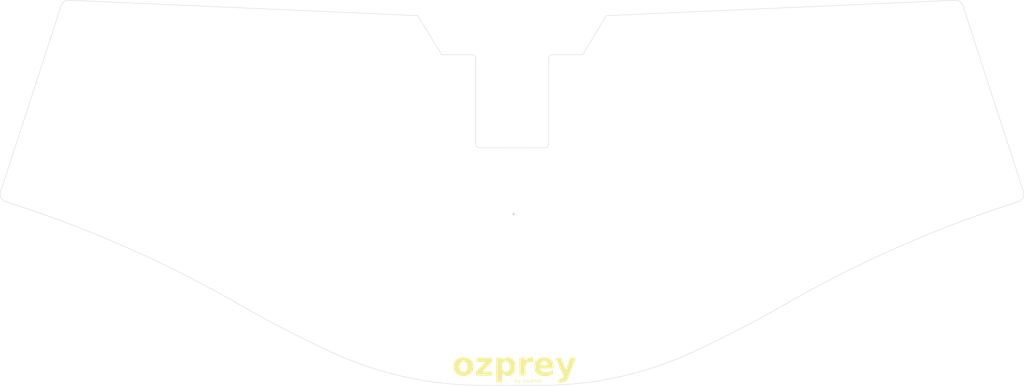
<source format=kicad_pcb>
(kicad_pcb (version 20240108) (generator "pcbnew") (generator_version "8.0")
  (title_block (title "Ozprey") (date "2024-08-25") (rev "1.0") (company "itsdmd"))
  (layers (0 "F.Cu" signal) (31 "B.Cu" signal) (34 "B.Paste" user) (35 "F.Paste" user) (36 "B.SilkS" user "B.Silkscreen") (37 "F.SilkS" user "F.Silkscreen") (38 "B.Mask" user) (39 "F.Mask" user) (44 "Edge.Cuts" user))
  (net 0 "")
  (footprint "itsdmd:KSC_Choc" (layer "F.Cu") (at 256.375238 61.0798 18)
    (property "Reference" "SW40" (hide yes))
    (property "Value" "CPG135001S30" (hide yes))
    (pad "" np_thru_hole oval (at -6.75 0.1 108) (size 14 0.508) (drill oval 14 0.508) (layers "F&B.Cu" "*.Mask"))
    (pad "" np_thru_hole oval (at 0 -6.730999 18) (size 14 0.508) (drill oval 14 0.508) (layers "F&B.Cu" "*.Mask"))
    (pad "" np_thru_hole oval (at 0 6.9 18) (size 14 0.508) (drill oval 14 0.508) (layers "F&B.Cu" "*.Mask"))
    (pad "" np_thru_hole oval (at 6.75 0.05 108) (size 14 0.508) (drill oval 14 0.508) (layers "F&B.Cu" "*.Mask"))
  )
  (footprint "itsdmd:KSC_Choc" (layer "F.Cu") (at 237.958338 62.6477 18)
    (property "Reference" "SW37" (hide yes))
    (property "Value" "CPG135001S30" (hide yes))
    (pad "" np_thru_hole oval (at -6.75 0.1 108) (size 14 0.508) (drill oval 14 0.508) (layers "F&B.Cu" "*.Mask"))
    (pad "" np_thru_hole oval (at 0 -6.730999 18) (size 14 0.508) (drill oval 14 0.508) (layers "F&B.Cu" "*.Mask"))
    (pad "" np_thru_hole oval (at 0 6.9 18) (size 14 0.508) (drill oval 14 0.508) (layers "F&B.Cu" "*.Mask"))
    (pad "" np_thru_hole oval (at 6.75 0.05 108) (size 14 0.508) (drill oval 14 0.508) (layers "F&B.Cu" "*.Mask"))
  )
  (footprint "itsdmd:KSC_Choc" (layer "F.Cu") (at 219.541538 64.2156 18)
    (property "Reference" "SW34" (hide yes))
    (property "Value" "CPG135001S30" (hide yes))
    (pad "" np_thru_hole oval (at -6.75 0.1 108) (size 14 0.508) (drill oval 14 0.508) (layers "F&B.Cu" "*.Mask"))
    (pad "" np_thru_hole oval (at 0 -6.730999 18) (size 14 0.508) (drill oval 14 0.508) (layers "F&B.Cu" "*.Mask"))
    (pad "" np_thru_hole oval (at 0 6.9 18) (size 14 0.508) (drill oval 14 0.508) (layers "F&B.Cu" "*.Mask"))
    (pad "" np_thru_hole oval (at 6.75 0.05 108) (size 14 0.508) (drill oval 14 0.508) (layers "F&B.Cu" "*.Mask"))
  )
  (footprint "itsdmd:KSC_Choc" (layer "F.Cu") (at 201.124638 65.7835 18)
    (property "Reference" "SW30" (hide yes))
    (property "Value" "CPG135001S30" (hide yes))
    (pad "" np_thru_hole oval (at -6.75 0.1 108) (size 14 0.508) (drill oval 14 0.508) (layers "F&B.Cu" "*.Mask"))
    (pad "" np_thru_hole oval (at 0 -6.730999 18) (size 14 0.508) (drill oval 14 0.508) (layers "F&B.Cu" "*.Mask"))
    (pad "" np_thru_hole oval (at 0 6.9 18) (size 14 0.508) (drill oval 14 0.508) (layers "F&B.Cu" "*.Mask"))
    (pad "" np_thru_hole oval (at 6.75 0.05 108) (size 14 0.508) (drill oval 14 0.508) (layers "F&B.Cu" "*.Mask"))
  )
  (footprint "itsdmd:KSC_Choc" (layer "F.Cu") (at 185.303438 75.3402 18)
    (property "Reference" "SW26" (hide yes))
    (property "Value" "CPG135001S30" (hide yes))
    (pad "" np_thru_hole oval (at -6.75 0.1 108) (size 14 0.508) (drill oval 14 0.508) (layers "F&B.Cu" "*.Mask"))
    (pad "" np_thru_hole oval (at 0 -6.730999 18) (size 14 0.508) (drill oval 14 0.508) (layers "F&B.Cu" "*.Mask"))
    (pad "" np_thru_hole oval (at 0 6.9 18) (size 14 0.508) (drill oval 14 0.508) (layers "F&B.Cu" "*.Mask"))
    (pad "" np_thru_hole oval (at 6.75 0.05 108) (size 14 0.508) (drill oval 14 0.508) (layers "F&B.Cu" "*.Mask"))
  )
  (footprint "itsdmd:KSC_Choc" (layer "F.Cu") (at 169.482338 84.8969 18)
    (property "Reference" "SW22" (hide yes))
    (property "Value" "CPG135001S30" (hide yes))
    (pad "" np_thru_hole oval (at -6.75 0.1 108) (size 14 0.508) (drill oval 14 0.508) (layers "F&B.Cu" "*.Mask"))
    (pad "" np_thru_hole oval (at 0 -6.730999 18) (size 14 0.508) (drill oval 14 0.508) (layers "F&B.Cu" "*.Mask"))
    (pad "" np_thru_hole oval (at 0 6.9 18) (size 14 0.508) (drill oval 14 0.508) (layers "F&B.Cu" "*.Mask"))
    (pad "" np_thru_hole oval (at 6.75 0.05 108) (size 14 0.508) (drill oval 14 0.508) (layers "F&B.Cu" "*.Mask"))
  )
  (footprint "itsdmd:KSC_Choc" (layer "F.Cu") (at 126.108738 84.8969 -18)
    (property "Reference" "SW18" (hide yes))
    (property "Value" "CPG135001S30" (hide yes))
    (pad "" np_thru_hole oval (at -6.75 0.1 72) (size 14 0.508) (drill oval 14 0.508) (layers "F&B.Cu" "*.Mask"))
    (pad "" np_thru_hole oval (at 0 -6.730999 342) (size 14 0.508) (drill oval 14 0.508) (layers "F&B.Cu" "*.Mask"))
    (pad "" np_thru_hole oval (at 0 6.9 342) (size 14 0.508) (drill oval 14 0.508) (layers "F&B.Cu" "*.Mask"))
    (pad "" np_thru_hole oval (at 6.75 0.05 72) (size 14 0.508) (drill oval 14 0.508) (layers "F&B.Cu" "*.Mask"))
  )
  (footprint "itsdmd:KSC_Choc" (layer "F.Cu") (at 110.287538 75.3402 -18)
    (property "Reference" "SW14" (hide yes))
    (property "Value" "CPG135001S30" (hide yes))
    (pad "" np_thru_hole oval (at -6.75 0.1 72) (size 14 0.508) (drill oval 14 0.508) (layers "F&B.Cu" "*.Mask"))
    (pad "" np_thru_hole oval (at 0 -6.730999 342) (size 14 0.508) (drill oval 14 0.508) (layers "F&B.Cu" "*.Mask"))
    (pad "" np_thru_hole oval (at 0 6.9 342) (size 14 0.508) (drill oval 14 0.508) (layers "F&B.Cu" "*.Mask"))
    (pad "" np_thru_hole oval (at 6.75 0.05 72) (size 14 0.508) (drill oval 14 0.508) (layers "F&B.Cu" "*.Mask"))
  )
  (footprint "itsdmd:KSC_Choc" (layer "F.Cu") (at 94.466438 65.7835 -18)
    (property "Reference" "SW10" (hide yes))
    (property "Value" "CPG135001S30" (hide yes))
    (pad "" np_thru_hole oval (at -6.75 0.1 72) (size 14 0.508) (drill oval 14 0.508) (layers "F&B.Cu" "*.Mask"))
    (pad "" np_thru_hole oval (at 0 -6.730999 342) (size 14 0.508) (drill oval 14 0.508) (layers "F&B.Cu" "*.Mask"))
    (pad "" np_thru_hole oval (at 0 6.9 342) (size 14 0.508) (drill oval 14 0.508) (layers "F&B.Cu" "*.Mask"))
    (pad "" np_thru_hole oval (at 6.75 0.05 72) (size 14 0.508) (drill oval 14 0.508) (layers "F&B.Cu" "*.Mask"))
  )
  (footprint "itsdmd:KSC_Choc" (layer "F.Cu") (at 76.049538 64.2156 -18)
    (property "Reference" "SW7" (hide yes))
    (property "Value" "CPG135001S30" (hide yes))
    (pad "" np_thru_hole oval (at -6.75 0.1 72) (size 14 0.508) (drill oval 14 0.508) (layers "F&B.Cu" "*.Mask"))
    (pad "" np_thru_hole oval (at 0 -6.730999 342) (size 14 0.508) (drill oval 14 0.508) (layers "F&B.Cu" "*.Mask"))
    (pad "" np_thru_hole oval (at 0 6.9 342) (size 14 0.508) (drill oval 14 0.508) (layers "F&B.Cu" "*.Mask"))
    (pad "" np_thru_hole oval (at 6.75 0.05 72) (size 14 0.508) (drill oval 14 0.508) (layers "F&B.Cu" "*.Mask"))
  )
  (footprint "itsdmd:KSC_Choc" (layer "F.Cu") (at 57.632638 62.6477 -18)
    (property "Reference" "SW4" (hide yes))
    (property "Value" "CPG135001S30" (hide yes))
    (pad "" np_thru_hole oval (at -6.75 0.1 72) (size 14 0.508) (drill oval 14 0.508) (layers "F&B.Cu" "*.Mask"))
    (pad "" np_thru_hole oval (at 0 -6.730999 342) (size 14 0.508) (drill oval 14 0.508) (layers "F&B.Cu" "*.Mask"))
    (pad "" np_thru_hole oval (at 0 6.9 342) (size 14 0.508) (drill oval 14 0.508) (layers "F&B.Cu" "*.Mask"))
    (pad "" np_thru_hole oval (at 6.75 0.05 72) (size 14 0.508) (drill oval 14 0.508) (layers "F&B.Cu" "*.Mask"))
  )
  (footprint "itsdmd:KSC_Choc" (layer "F.Cu") (at 39.215738 61.0798 -18)
    (property "Reference" "SW1" (hide yes))
    (property "Value" "CPG135001S30" (hide yes))
    (pad "" np_thru_hole oval (at -6.75 0.1 72) (size 14 0.508) (drill oval 14 0.508) (layers "F&B.Cu" "*.Mask"))
    (pad "" np_thru_hole oval (at 0 -6.730999 342) (size 14 0.508) (drill oval 14 0.508) (layers "F&B.Cu" "*.Mask"))
    (pad "" np_thru_hole oval (at 0 6.9 342) (size 14 0.508) (drill oval 14 0.508) (layers "F&B.Cu" "*.Mask"))
    (pad "" np_thru_hole oval (at 6.75 0.05 72) (size 14 0.508) (drill oval 14 0.508) (layers "F&B.Cu" "*.Mask"))
  )
  (footprint "itsdmd:KSC_Choc" (layer "F.Cu") (at 261.628538 77.2478 18)
    (property "Reference" "SW41" (hide yes))
    (property "Value" "CPG135001S30" (hide yes))
    (pad "" np_thru_hole oval (at -6.75 0.1 108) (size 14 0.508) (drill oval 14 0.508) (layers "F&B.Cu" "*.Mask"))
    (pad "" np_thru_hole oval (at 0 -6.730999 18) (size 14 0.508) (drill oval 14 0.508) (layers "F&B.Cu" "*.Mask"))
    (pad "" np_thru_hole oval (at 0 6.9 18) (size 14 0.508) (drill oval 14 0.508) (layers "F&B.Cu" "*.Mask"))
    (pad "" np_thru_hole oval (at 6.75 0.05 108) (size 14 0.508) (drill oval 14 0.508) (layers "F&B.Cu" "*.Mask"))
  )
  (footprint "itsdmd:KSC_Choc" (layer "F.Cu") (at 243.211638 78.8157 18)
    (property "Reference" "SW38" (hide yes))
    (property "Value" "CPG135001S30" (hide yes))
    (pad "" np_thru_hole oval (at -6.75 0.1 108) (size 14 0.508) (drill oval 14 0.508) (layers "F&B.Cu" "*.Mask"))
    (pad "" np_thru_hole oval (at 0 -6.730999 18) (size 14 0.508) (drill oval 14 0.508) (layers "F&B.Cu" "*.Mask"))
    (pad "" np_thru_hole oval (at 0 6.9 18) (size 14 0.508) (drill oval 14 0.508) (layers "F&B.Cu" "*.Mask"))
    (pad "" np_thru_hole oval (at 6.75 0.05 108) (size 14 0.508) (drill oval 14 0.508) (layers "F&B.Cu" "*.Mask"))
  )
  (footprint "itsdmd:KSC_Choc" (layer "F.Cu") (at 224.794738 80.3835 18)
    (property "Reference" "SW35" (hide yes))
    (property "Value" "CPG135001S30" (hide yes))
    (pad "" np_thru_hole oval (at -6.75 0.1 108) (size 14 0.508) (drill oval 14 0.508) (layers "F&B.Cu" "*.Mask"))
    (pad "" np_thru_hole oval (at 0 -6.730999 18) (size 14 0.508) (drill oval 14 0.508) (layers "F&B.Cu" "*.Mask"))
    (pad "" np_thru_hole oval (at 0 6.9 18) (size 14 0.508) (drill oval 14 0.508) (layers "F&B.Cu" "*.Mask"))
    (pad "" np_thru_hole oval (at 6.75 0.05 108) (size 14 0.508) (drill oval 14 0.508) (layers "F&B.Cu" "*.Mask"))
  )
  (footprint "itsdmd:KSC_Choc" (layer "F.Cu") (at 206.377938 81.9514 18)
    (property "Reference" "SW31" (hide yes))
    (property "Value" "CPG135001S30" (hide yes))
    (pad "" np_thru_hole oval (at -6.75 0.1 108) (size 14 0.508) (drill oval 14 0.508) (layers "F&B.Cu" "*.Mask"))
    (pad "" np_thru_hole oval (at 0 -6.730999 18) (size 14 0.508) (drill oval 14 0.508) (layers "F&B.Cu" "*.Mask"))
    (pad "" np_thru_hole oval (at 0 6.9 18) (size 14 0.508) (drill oval 14 0.508) (layers "F&B.Cu" "*.Mask"))
    (pad "" np_thru_hole oval (at 6.75 0.05 108) (size 14 0.508) (drill oval 14 0.508) (layers "F&B.Cu" "*.Mask"))
  )
  (footprint "itsdmd:KSC_Choc" (layer "F.Cu") (at 190.556738 91.5082 18)
    (property "Reference" "SW27" (hide yes))
    (property "Value" "CPG135001S30" (hide yes))
    (pad "" np_thru_hole oval (at -6.75 0.1 108) (size 14 0.508) (drill oval 14 0.508) (layers "F&B.Cu" "*.Mask"))
    (pad "" np_thru_hole oval (at 0 -6.730999 18) (size 14 0.508) (drill oval 14 0.508) (layers "F&B.Cu" "*.Mask"))
    (pad "" np_thru_hole oval (at 0 6.9 18) (size 14 0.508) (drill oval 14 0.508) (layers "F&B.Cu" "*.Mask"))
    (pad "" np_thru_hole oval (at 6.75 0.05 108) (size 14 0.508) (drill oval 14 0.508) (layers "F&B.Cu" "*.Mask"))
  )
  (footprint "itsdmd:KSC_Choc" (layer "F.Cu") (at 174.735638 101.0649 18)
    (property "Reference" "SW23" (hide yes))
    (property "Value" "CPG135001S30" (hide yes))
    (pad "" np_thru_hole oval (at -6.75 0.1 108) (size 14 0.508) (drill oval 14 0.508) (layers "F&B.Cu" "*.Mask"))
    (pad "" np_thru_hole oval (at 0 -6.730999 18) (size 14 0.508) (drill oval 14 0.508) (layers "F&B.Cu" "*.Mask"))
    (pad "" np_thru_hole oval (at 0 6.9 18) (size 14 0.508) (drill oval 14 0.508) (layers "F&B.Cu" "*.Mask"))
    (pad "" np_thru_hole oval (at 6.75 0.05 108) (size 14 0.508) (drill oval 14 0.508) (layers "F&B.Cu" "*.Mask"))
  )
  (footprint "itsdmd:KSC_Choc" (layer "F.Cu") (at 120.855438 101.0649 -18)
    (property "Reference" "SW19" (hide yes))
    (property "Value" "CPG135001S30" (hide yes))
    (pad "" np_thru_hole oval (at -6.75 0.1 72) (size 14 0.508) (drill oval 14 0.508) (layers "F&B.Cu" "*.Mask"))
    (pad "" np_thru_hole oval (at 0 -6.730999 342) (size 14 0.508) (drill oval 14 0.508) (layers "F&B.Cu" "*.Mask"))
    (pad "" np_thru_hole oval (at 0 6.9 342) (size 14 0.508) (drill oval 14 0.508) (layers "F&B.Cu" "*.Mask"))
    (pad "" np_thru_hole oval (at 6.75 0.05 72) (size 14 0.508) (drill oval 14 0.508) (layers "F&B.Cu" "*.Mask"))
  )
  (footprint "itsdmd:KSC_Choc" (layer "F.Cu") (at 105.034238 91.5082 -18)
    (property "Reference" "SW15" (hide yes))
    (property "Value" "CPG135001S30" (hide yes))
    (pad "" np_thru_hole oval (at -6.75 0.1 72) (size 14 0.508) (drill oval 14 0.508) (layers "F&B.Cu" "*.Mask"))
    (pad "" np_thru_hole oval (at 0 -6.730999 342) (size 14 0.508) (drill oval 14 0.508) (layers "F&B.Cu" "*.Mask"))
    (pad "" np_thru_hole oval (at 0 6.9 342) (size 14 0.508) (drill oval 14 0.508) (layers "F&B.Cu" "*.Mask"))
    (pad "" np_thru_hole oval (at 6.75 0.05 72) (size 14 0.508) (drill oval 14 0.508) (layers "F&B.Cu" "*.Mask"))
  )
  (footprint "itsdmd:KSC_Choc" (layer "F.Cu") (at 89.213138 81.9514 -18)
    (property "Reference" "SW11" (hide yes))
    (property "Value" "CPG135001S30" (hide yes))
    (pad "" np_thru_hole oval (at -6.75 0.1 72) (size 14 0.508) (drill oval 14 0.508) (layers "F&B.Cu" "*.Mask"))
    (pad "" np_thru_hole oval (at 0 -6.730999 342) (size 14 0.508) (drill oval 14 0.508) (layers "F&B.Cu" "*.Mask"))
    (pad "" np_thru_hole oval (at 0 6.9 342) (size 14 0.508) (drill oval 14 0.508) (layers "F&B.Cu" "*.Mask"))
    (pad "" np_thru_hole oval (at 6.75 0.05 72) (size 14 0.508) (drill oval 14 0.508) (layers "F&B.Cu" "*.Mask"))
  )
  (footprint "itsdmd:KSC_Choc" (layer "F.Cu") (at 70.796238 80.3835 -18)
    (property "Reference" "SW8" (hide yes))
    (property "Value" "CPG135001S30" (hide yes))
    (pad "" np_thru_hole oval (at -6.75 0.1 72) (size 14 0.508) (drill oval 14 0.508) (layers "F&B.Cu" "*.Mask"))
    (pad "" np_thru_hole oval (at 0 -6.730999 342) (size 14 0.508) (drill oval 14 0.508) (layers "F&B.Cu" "*.Mask"))
    (pad "" np_thru_hole oval (at 0 6.9 342) (size 14 0.508) (drill oval 14 0.508) (layers "F&B.Cu" "*.Mask"))
    (pad "" np_thru_hole oval (at 6.75 0.05 72) (size 14 0.508) (drill oval 14 0.508) (layers "F&B.Cu" "*.Mask"))
  )
  (footprint "itsdmd:KSC_Choc" (layer "F.Cu") (at 52.379338 78.8157 -18)
    (property "Reference" "SW5" (hide yes))
    (property "Value" "CPG135001S30" (hide yes))
    (pad "" np_thru_hole oval (at -6.75 0.1 72) (size 14 0.508) (drill oval 14 0.508) (layers "F&B.Cu" "*.Mask"))
    (pad "" np_thru_hole oval (at 0 -6.730999 342) (size 14 0.508) (drill oval 14 0.508) (layers "F&B.Cu" "*.Mask"))
    (pad "" np_thru_hole oval (at 0 6.9 342) (size 14 0.508) (drill oval 14 0.508) (layers "F&B.Cu" "*.Mask"))
    (pad "" np_thru_hole oval (at 6.75 0.05 72) (size 14 0.508) (drill oval 14 0.508) (layers "F&B.Cu" "*.Mask"))
  )
  (footprint "itsdmd:KSC_Choc" (layer "F.Cu") (at 33.962438 77.2478 -18)
    (property "Reference" "SW2" (hide yes))
    (property "Value" "CPG135001S30" (hide yes))
    (pad "" np_thru_hole oval (at -6.75 0.1 72) (size 14 0.508) (drill oval 14 0.508) (layers "F&B.Cu" "*.Mask"))
    (pad "" np_thru_hole oval (at 0 -6.730999 342) (size 14 0.508) (drill oval 14 0.508) (layers "F&B.Cu" "*.Mask"))
    (pad "" np_thru_hole oval (at 0 6.9 342) (size 14 0.508) (drill oval 14 0.508) (layers "F&B.Cu" "*.Mask"))
    (pad "" np_thru_hole oval (at 6.75 0.05 72) (size 14 0.508) (drill oval 14 0.508) (layers "F&B.Cu" "*.Mask"))
  )
  (footprint "itsdmd:KSC_Choc" (layer "F.Cu") (at 266.881838 93.4158 18)
    (property "Reference" "SW42" (hide yes))
    (property "Value" "CPG135001S30" (hide yes))
    (pad "" np_thru_hole oval (at -6.75 0.1 108) (size 14 0.508) (drill oval 14 0.508) (layers "F&B.Cu" "*.Mask"))
    (pad "" np_thru_hole oval (at 0 -6.730999 18) (size 14 0.508) (drill oval 14 0.508) (layers "F&B.Cu" "*.Mask"))
    (pad "" np_thru_hole oval (at 0 6.9 18) (size 14 0.508) (drill oval 14 0.508) (layers "F&B.Cu" "*.Mask"))
    (pad "" np_thru_hole oval (at 6.75 0.05 108) (size 14 0.508) (drill oval 14 0.508) (layers "F&B.Cu" "*.Mask"))
  )
  (footprint "itsdmd:KSC_Choc" (layer "F.Cu") (at 248.464938 94.9836 18)
    (property "Reference" "SW39" (hide yes))
    (property "Value" "CPG135001S30" (hide yes))
    (pad "" np_thru_hole oval (at -6.75 0.1 108) (size 14 0.508) (drill oval 14 0.508) (layers "F&B.Cu" "*.Mask"))
    (pad "" np_thru_hole oval (at 0 -6.730999 18) (size 14 0.508) (drill oval 14 0.508) (layers "F&B.Cu" "*.Mask"))
    (pad "" np_thru_hole oval (at 0 6.9 18) (size 14 0.508) (drill oval 14 0.508) (layers "F&B.Cu" "*.Mask"))
    (pad "" np_thru_hole oval (at 6.75 0.05 108) (size 14 0.508) (drill oval 14 0.508) (layers "F&B.Cu" "*.Mask"))
  )
  (footprint "itsdmd:KSC_Choc" (layer "F.Cu") (at 230.048038 96.5515 18)
    (property "Reference" "SW36" (hide yes))
    (property "Value" "CPG135001S30" (hide yes))
    (pad "" np_thru_hole oval (at -6.75 0.1 108) (size 14 0.508) (drill oval 14 0.508) (layers "F&B.Cu" "*.Mask"))
    (pad "" np_thru_hole oval (at 0 -6.730999 18) (size 14 0.508) (drill oval 14 0.508) (layers "F&B.Cu" "*.Mask"))
    (pad "" np_thru_hole oval (at 0 6.9 18) (size 14 0.508) (drill oval 14 0.508) (layers "F&B.Cu" "*.Mask"))
    (pad "" np_thru_hole oval (at 6.75 0.05 108) (size 14 0.508) (drill oval 14 0.508) (layers "F&B.Cu" "*.Mask"))
  )
  (footprint "itsdmd:KSC_Choc" (layer "F.Cu") (at 211.631138 98.1194 18)
    (property "Reference" "SW32" (hide yes))
    (property "Value" "CPG135001S30" (hide yes))
    (pad "" np_thru_hole oval (at -6.75 0.1 108) (size 14 0.508) (drill oval 14 0.508) (layers "F&B.Cu" "*.Mask"))
    (pad "" np_thru_hole oval (at 0 -6.730999 18) (size 14 0.508) (drill oval 14 0.508) (layers "F&B.Cu" "*.Mask"))
    (pad "" np_thru_hole oval (at 0 6.9 18) (size 14 0.508) (drill oval 14 0.508) (layers "F&B.Cu" "*.Mask"))
    (pad "" np_thru_hole oval (at 6.75 0.05 108) (size 14 0.508) (drill oval 14 0.508) (layers "F&B.Cu" "*.Mask"))
  )
  (footprint "itsdmd:KSC_Choc" (layer "F.Cu") (at 195.810038 107.6761 18)
    (property "Reference" "SW28" (hide yes))
    (property "Value" "CPG135001S30" (hide yes))
    (pad "" np_thru_hole oval (at -6.75 0.1 108) (size 14 0.508) (drill oval 14 0.508) (layers "F&B.Cu" "*.Mask"))
    (pad "" np_thru_hole oval (at 0 -6.730999 18) (size 14 0.508) (drill oval 14 0.508) (layers "F&B.Cu" "*.Mask"))
    (pad "" np_thru_hole oval (at 0 6.9 18) (size 14 0.508) (drill oval 14 0.508) (layers "F&B.Cu" "*.Mask"))
    (pad "" np_thru_hole oval (at 6.75 0.05 108) (size 14 0.508) (drill oval 14 0.508) (layers "F&B.Cu" "*.Mask"))
  )
  (footprint "itsdmd:KSC_Choc" (layer "F.Cu") (at 179.988938 117.2329 18)
    (property "Reference" "SW24" (hide yes))
    (property "Value" "CPG135001S30" (hide yes))
    (pad "" np_thru_hole oval (at -6.75 0.1 108) (size 14 0.508) (drill oval 14 0.508) (layers "F&B.Cu" "*.Mask"))
    (pad "" np_thru_hole oval (at 0 -6.730999 18) (size 14 0.508) (drill oval 14 0.508) (layers "F&B.Cu" "*.Mask"))
    (pad "" np_thru_hole oval (at 0 6.9 18) (size 14 0.508) (drill oval 14 0.508) (layers "F&B.Cu" "*.Mask"))
    (pad "" np_thru_hole oval (at 6.75 0.05 108) (size 14 0.508) (drill oval 14 0.508) (layers "F&B.Cu" "*.Mask"))
  )
  (footprint "itsdmd:KSC_Choc" (layer "F.Cu") (at 115.602138 117.2329 -18)
    (property "Reference" "SW20" (hide yes))
    (property "Value" "CPG135001S30" (hide yes))
    (pad "" np_thru_hole oval (at -6.75 0.1 72) (size 14 0.508) (drill oval 14 0.508) (layers "F&B.Cu" "*.Mask"))
    (pad "" np_thru_hole oval (at 0 -6.730999 342) (size 14 0.508) (drill oval 14 0.508) (layers "F&B.Cu" "*.Mask"))
    (pad "" np_thru_hole oval (at 0 6.9 342) (size 14 0.508) (drill oval 14 0.508) (layers "F&B.Cu" "*.Mask"))
    (pad "" np_thru_hole oval (at 6.75 0.05 72) (size 14 0.508) (drill oval 14 0.508) (layers "F&B.Cu" "*.Mask"))
  )
  (footprint "itsdmd:KSC_Choc" (layer "F.Cu") (at 99.780938 107.6761 -18)
    (property "Reference" "SW16" (hide yes))
    (property "Value" "CPG135001S30" (hide yes))
    (pad "" np_thru_hole oval (at -6.75 0.1 72) (size 14 0.508) (drill oval 14 0.508) (layers "F&B.Cu" "*.Mask"))
    (pad "" np_thru_hole oval (at 0 -6.730999 342) (size 14 0.508) (drill oval 14 0.508) (layers "F&B.Cu" "*.Mask"))
    (pad "" np_thru_hole oval (at 0 6.9 342) (size 14 0.508) (drill oval 14 0.508) (layers "F&B.Cu" "*.Mask"))
    (pad "" np_thru_hole oval (at 6.75 0.05 72) (size 14 0.508) (drill oval 14 0.508) (layers "F&B.Cu" "*.Mask"))
  )
  (footprint "itsdmd:KSC_Choc" (layer "F.Cu") (at 83.959838 98.1194 -18)
    (property "Reference" "SW12" (hide yes))
    (property "Value" "CPG135001S30" (hide yes))
    (pad "" np_thru_hole oval (at -6.75 0.1 72) (size 14 0.508) (drill oval 14 0.508) (layers "F&B.Cu" "*.Mask"))
    (pad "" np_thru_hole oval (at 0 -6.730999 342) (size 14 0.508) (drill oval 14 0.508) (layers "F&B.Cu" "*.Mask"))
    (pad "" np_thru_hole oval (at 0 6.9 342) (size 14 0.508) (drill oval 14 0.508) (layers "F&B.Cu" "*.Mask"))
    (pad "" np_thru_hole oval (at 6.75 0.05 72) (size 14 0.508) (drill oval 14 0.508) (layers "F&B.Cu" "*.Mask"))
  )
  (footprint "itsdmd:KSC_Choc" (layer "F.Cu") (at 65.542938 96.5515 -18)
    (property "Reference" "SW9" (hide yes))
    (property "Value" "CPG135001S30" (hide yes))
    (pad "" np_thru_hole oval (at -6.75 0.1 72) (size 14 0.508) (drill oval 14 0.508) (layers "F&B.Cu" "*.Mask"))
    (pad "" np_thru_hole oval (at 0 -6.730999 342) (size 14 0.508) (drill oval 14 0.508) (layers "F&B.Cu" "*.Mask"))
    (pad "" np_thru_hole oval (at 0 6.9 342) (size 14 0.508) (drill oval 14 0.508) (layers "F&B.Cu" "*.Mask"))
    (pad "" np_thru_hole oval (at 6.75 0.05 72) (size 14 0.508) (drill oval 14 0.508) (layers "F&B.Cu" "*.Mask"))
  )
  (footprint "itsdmd:KSC_Choc" (layer "F.Cu") (at 47.126038 94.9836 -18)
    (property "Reference" "SW6" (hide yes))
    (property "Value" "CPG135001S30" (hide yes))
    (pad "" np_thru_hole oval (at -6.75 0.1 72) (size 14 0.508) (drill oval 14 0.508) (layers "F&B.Cu" "*.Mask"))
    (pad "" np_thru_hole oval (at 0 -6.730999 342) (size 14 0.508) (drill oval 14 0.508) (layers "F&B.Cu" "*.Mask"))
    (pad "" np_thru_hole oval (at 0 6.9 342) (size 14 0.508) (drill oval 14 0.508) (layers "F&B.Cu" "*.Mask"))
    (pad "" np_thru_hole oval (at 6.75 0.05 72) (size 14 0.508) (drill oval 14 0.508) (layers "F&B.Cu" "*.Mask"))
  )
  (footprint "itsdmd:KSC_Choc" (layer "F.Cu") (at 28.709138 93.4158 -18)
    (property "Reference" "SW3" (hide yes))
    (property "Value" "CPG135001S30" (hide yes))
    (pad "" np_thru_hole oval (at -6.75 0.1 72) (size 14 0.508) (drill oval 14 0.508) (layers "F&B.Cu" "*.Mask"))
    (pad "" np_thru_hole oval (at 0 -6.730999 342) (size 14 0.508) (drill oval 14 0.508) (layers "F&B.Cu" "*.Mask"))
    (pad "" np_thru_hole oval (at 0 6.9 342) (size 14 0.508) (drill oval 14 0.508) (layers "F&B.Cu" "*.Mask"))
    (pad "" np_thru_hole oval (at 6.75 0.05 72) (size 14 0.508) (drill oval 14 0.508) (layers "F&B.Cu" "*.Mask"))
  )
  (footprint "itsdmd:KSC_Choc" (layer "F.Cu") (at 216.884438 114.2873 18)
    (property "Reference" "SW33" (hide yes))
    (property "Value" "CPG135001S30" (hide yes))
    (pad "" np_thru_hole oval (at -6.75 0.1 108) (size 14 0.508) (drill oval 14 0.508) (layers "F&B.Cu" "*.Mask"))
    (pad "" np_thru_hole oval (at 0 -6.730999 18) (size 14 0.508) (drill oval 14 0.508) (layers "F&B.Cu" "*.Mask"))
    (pad "" np_thru_hole oval (at 0 6.9 18) (size 14 0.508) (drill oval 14 0.508) (layers "F&B.Cu" "*.Mask"))
    (pad "" np_thru_hole oval (at 6.75 0.05 108) (size 14 0.508) (drill oval 14 0.508) (layers "F&B.Cu" "*.Mask"))
  )
  (footprint "itsdmd:KSC_Choc" (layer "F.Cu") (at 201.063338 123.8441 18)
    (property "Reference" "SW29" (hide yes))
    (property "Value" "CPG135001S30" (hide yes))
    (pad "" np_thru_hole oval (at -6.75 0.1 108) (size 14 0.508) (drill oval 14 0.508) (layers "F&B.Cu" "*.Mask"))
    (pad "" np_thru_hole oval (at 0 -6.730999 18) (size 14 0.508) (drill oval 14 0.508) (layers "F&B.Cu" "*.Mask"))
    (pad "" np_thru_hole oval (at 0 6.9 18) (size 14 0.508) (drill oval 14 0.508) (layers "F&B.Cu" "*.Mask"))
    (pad "" np_thru_hole oval (at 6.75 0.05 108) (size 14 0.508) (drill oval 14 0.508) (layers "F&B.Cu" "*.Mask"))
  )
  (footprint "itsdmd:KSC_Choc" (layer "F.Cu") (at 114.628638 134.7914 -18)
    (property "Reference" "SW21" (hide yes))
    (property "Value" "CPG135001S30" (hide yes))
    (pad "" np_thru_hole oval (at -6.75 0.1 72) (size 14 0.508) (drill oval 14 0.508) (layers "F&B.Cu" "*.Mask"))
    (pad "" np_thru_hole oval (at 0 -6.730999 342) (size 14 0.508) (drill oval 14 0.508) (layers "F&B.Cu" "*.Mask"))
    (pad "" np_thru_hole oval (at 0 6.9 342) (size 14 0.508) (drill oval 14 0.508) (layers "F&B.Cu" "*.Mask"))
    (pad "" np_thru_hole oval (at 6.75 0.05 72) (size 14 0.508) (drill oval 14 0.508) (layers "F&B.Cu" "*.Mask"))
  )
  (footprint "itsdmd:KSC_Choc" (layer "F.Cu") (at 94.527738 123.8441 -18)
    (property "Reference" "SW17" (hide yes))
    (property "Value" "CPG135001S30" (hide yes))
    (pad "" np_thru_hole oval (at -6.75 0.1 72) (size 14 0.508) (drill oval 14 0.508) (layers "F&B.Cu" "*.Mask"))
    (pad "" np_thru_hole oval (at 0 -6.730999 342) (size 14 0.508) (drill oval 14 0.508) (layers "F&B.Cu" "*.Mask"))
    (pad "" np_thru_hole oval (at 0 6.9 342) (size 14 0.508) (drill oval 14 0.508) (layers "F&B.Cu" "*.Mask"))
    (pad "" np_thru_hole oval (at 6.75 0.05 72) (size 14 0.508) (drill oval 14 0.508) (layers "F&B.Cu" "*.Mask"))
  )
  (footprint "itsdmd:KSC_Choc" (layer "F.Cu") (at 180.962438 134.7914 18)
    (property "Reference" "SW25" (hide yes))
    (property "Value" "CPG135001S30" (hide yes))
    (pad "" np_thru_hole oval (at -6.75 0.1 108) (size 14 0.508) (drill oval 14 0.508) (layers "F&B.Cu" "*.Mask"))
    (pad "" np_thru_hole oval (at 0 -6.730999 18) (size 14 0.508) (drill oval 14 0.508) (layers "F&B.Cu" "*.Mask"))
    (pad "" np_thru_hole oval (at 0 6.9 18) (size 14 0.508) (drill oval 14 0.508) (layers "F&B.Cu" "*.Mask"))
    (pad "" np_thru_hole oval (at 6.75 0.05 108) (size 14 0.508) (drill oval 14 0.508) (layers "F&B.Cu" "*.Mask"))
  )
  (footprint "itsdmd:KSC_Choc" (layer "F.Cu") (at 78.706538 114.2873 -18)
    (property "Reference" "SW13" (hide yes))
    (property "Value" "CPG135001S30" (hide yes))
    (pad "" np_thru_hole oval (at -6.75 0.1 72) (size 14 0.508) (drill oval 14 0.508) (layers "F&B.Cu" "*.Mask"))
    (pad "" np_thru_hole oval (at 0 -6.730999 342) (size 14 0.508) (drill oval 14 0.508) (layers "F&B.Cu" "*.Mask"))
    (pad "" np_thru_hole oval (at 0 6.9 342) (size 14 0.508) (drill oval 14 0.508) (layers "F&B.Cu" "*.Mask"))
    (pad "" np_thru_hole oval (at 6.75 0.05 72) (size 14 0.508) (drill oval 14 0.508) (layers "F&B.Cu" "*.Mask"))
  )
  (footprint "MountingHole:MountingHole_2.2mm_M2" (layer "F.Cu") (at 210.100738 55.3778)
    (property "Reference" "H_M2_4" (hide yes))
    (property "Value" "MountingHole")
    (pad "" np_thru_hole circle (at 0 0) (size 2.2 2.2) (drill 2.2) (layers "*.Cu" "*.Mask"))
  )
  (footprint "MountingHole:MountingHole_2.2mm_M2" (layer "F.Cu") (at 148.250707 89.277832)
    (property "Reference" "H_M2_3" (hide yes))
    (property "Value" "MountingHole")
    (pad "" np_thru_hole circle (at 0 0) (size 2.2 2.2) (drill 2.2) (layers "*.Cu" "*.Mask"))
  )
  (footprint "MountingHole:MountingHole_2.2mm_M2" (layer "F.Cu") (at 239.600738 109.8778)
    (property "Reference" "H_M2_5" (hide yes))
    (property "Value" "MountingHole")
    (pad "" np_thru_hole circle (at 0 0) (size 2.2 2.2) (drill 2.2) (layers "*.Cu" "*.Mask"))
  )
  (footprint "MountingHole:MountingHole_2.2mm_M2" (layer "F.Cu") (at 85.600738 55.3778)
    (property "Reference" "H_M2_1" (hide yes))
    (property "Value" "MountingHole")
    (pad "" np_thru_hole circle (at 0 0) (size 2.2 2.2) (drill 2.2) (layers "*.Cu" "*.Mask"))
  )
  (footprint "MountingHole:MountingHole_2.2mm_M2" (layer "F.Cu") (at 56.279438 109.8778)
    (property "Reference" "H_M2_2" (hide yes))
    (property "Value" "MountingHole")
    (pad "" np_thru_hole circle (at 0 0) (size 2.2 2.2) (drill 2.2) (layers "*.Cu" "*.Mask"))
  )
  (footprint "MountingHole:MountingHole_2.2mm_M2" (layer "F.Cu") (at 148.279438 137.7241)
    (property "Reference" "H_M2_6" (hide yes))
    (property "Value" "MountingHole")
    (pad "" np_thru_hole circle (at 0 0) (size 2.2 2.2) (drill 2.2) (layers "*.Cu" "*.Mask"))
  )
  (gr_arc (start 101.350605 139.551958) (mid 89.399452 133.709561) (end 77.725806 127.330715) (stroke (width 0.1)) (layer "Edge.Cuts"))
  (gr_line (start 31.756231 50.219667) (end 16.160088 98.223383) (stroke (width 0.1)) (layer "Edge.Cuts"))
  (gr_arc (start 31.756231 50.219667) (mid 32.552501 49.171168) (end 33.828009 48.844864) (stroke (width 0.1)) (layer "Edge.Cuts"))
  (gr_arc (start 217.865102 127.330712) (mid 206.191456 133.709553) (end 194.240307 139.551954) (stroke (width 0.1)) (layer "Edge.Cuts"))
  (gr_line (start 17.444198 100.743495) (end 19.303267 101.347523) (stroke (width 0.1)) (layer "Edge.Cuts"))
  (gr_arc (start 139.472576 86.870725) (mid 138.765469 86.577832) (end 138.472576 85.870725) (stroke (width 0.1)) (layer "Edge.Cuts"))
  (gr_line (start 279.430818 98.223388) (end 263.834678 50.219669) (stroke (width 0.1)) (layer "Edge.Cuts"))
  (gr_line (start 156.215469 86.877832) (end 139.472576 86.870725) (stroke (width 0.1)) (layer "Edge.Cuts"))
  (gr_arc (start 19.303267 101.347523) (mid 49.192832 112.813988) (end 77.725806 127.330715) (stroke (width 0.1)) (layer "Edge.Cuts"))
  (gr_line (start 166.015469 62.877832) (end 172.071403 52.820847) (stroke (width 0.1)) (layer "Edge.Cuts"))
  (gr_arc (start 217.865102 127.330712) (mid 246.398073 112.813985) (end 276.287638 101.347523) (stroke (width 0.1)) (layer "Edge.Cuts"))
  (gr_line (start 123.512727 52.820847) (end 33.828009 48.844864) (stroke (width 0.1)) (layer "Edge.Cuts"))
  (gr_arc (start 140.287759 148.095469) (mid 120.356041 145.934485) (end 101.350605 139.551958) (stroke (width 0.1)) (layer "Edge.Cuts"))
  (gr_line (start 157.215469 63.877832) (end 157.215469 85.877832) (stroke (width 0.1)) (layer "Edge.Cuts"))
  (gr_arc (start 194.240307 139.551954) (mid 175.23487 145.934488) (end 155.303148 148.095472) (stroke (width 0.1)) (layer "Edge.Cuts"))
  (gr_line (start 137.472575 62.870726) (end 129.715469 62.877832) (stroke (width 0.1)) (layer "Edge.Cuts"))
  (gr_arc (start 157.215469 63.877832) (mid 157.508362 63.170725) (end 158.215469 62.877832) (stroke (width 0.1)) (layer "Edge.Cuts"))
  (gr_line (start 138.472576 85.870725) (end 138.472575 63.870726) (stroke (width 0.1)) (layer "Edge.Cuts"))
  (gr_arc (start 157.215469 85.877832) (mid 156.922576 86.584939) (end 156.215469 86.877832) (stroke (width 0.1)) (layer "Edge.Cuts"))
  (gr_arc (start 261.762898 48.844866) (mid 263.038395 49.171193) (end 263.834678 50.219669) (stroke (width 0.1)) (layer "Edge.Cuts"))
  (gr_line (start 261.762898 48.844866) (end 172.071403 52.820847) (stroke (width 0.1)) (layer "Edge.Cuts"))
  (gr_line (start 158.215469 62.877832) (end 166.015469 62.877832) (stroke (width 0.1)) (layer "Edge.Cuts"))
  (gr_line (start 276.287638 101.347523) (end 278.146709 100.743492) (stroke (width 0.1)) (layer "Edge.Cuts"))
  (gr_arc (start 137.472575 62.870726) (mid 138.179682 63.163619) (end 138.472575 63.870726) (stroke (width 0.1)) (layer "Edge.Cuts"))
  (gr_arc (start 17.444198 100.743495) (mid 16.280244 99.749366) (end 16.160088 98.223383) (stroke (width 0.1)) (layer "Edge.Cuts"))
  (gr_line (start 140.287759 148.095469) (end 155.303148 148.095472) (stroke (width 0.1)) (layer "Edge.Cuts"))
  (gr_arc (start 279.430818 98.223388) (mid 279.310702 99.749407) (end 278.146709 100.743492) (stroke (width 0.1)) (layer "Edge.Cuts"))
  (gr_line (start 123.512727 52.820847) (end 129.715469 62.877832) (stroke (width 0.1)) (layer "Edge.Cuts"))
  (gr_text "+" (at 148.215469 103.877832 0) (layer "B.SilkS") (effects (font (size 0.8 0.8))))
  (gr_text "ozprey" (at 148.386281 146.599704 0) (layer "F.SilkS") (effects (font (size 6 6) (thickness 0.3) (bold yes)) (justify bottom)))
  (gr_text "ozprey" (at 148.386281 146.599704 0) (layer "F.SilkS") (effects (font (size 6 6) (thickness 0.3) (bold yes)) (justify bottom)))
  (gr_text "by itsdmd" (at 148.386281 147.599704 0) (layer "F.SilkS") (effects (font (size 1 1) (thickness 0.125)) (justify left bottom)))
)
</source>
